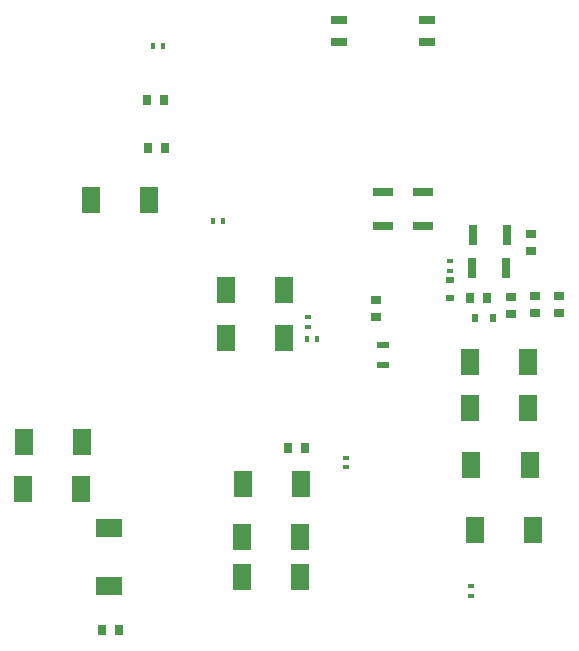
<source format=gbr>
G04 EAGLE Gerber RS-274X export*
G75*
%MOMM*%
%FSLAX34Y34*%
%LPD*%
%INSolderpaste Top*%
%IPPOS*%
%AMOC8*
5,1,8,0,0,1.08239X$1,22.5*%
G01*
%ADD10R,0.711200X0.965200*%
%ADD11R,0.965200X0.711200*%
%ADD12R,0.330000X0.600000*%
%ADD13R,0.600000X0.330000*%
%ADD14R,0.803200X1.750000*%
%ADD15R,1.600200X2.209800*%
%ADD16R,0.500000X0.800000*%
%ADD17R,0.800000X0.500000*%
%ADD18R,1.450000X0.803200*%
%ADD19R,1.750000X0.803200*%
%ADD20R,1.000000X0.553200*%
%ADD21R,2.209800X1.600200*%


D10*
X282256Y497065D03*
X296734Y497065D03*
X243602Y48352D03*
X258080Y48352D03*
D11*
X606891Y369385D03*
X606891Y383863D03*
D10*
X283145Y456047D03*
X297623Y456047D03*
D12*
X295260Y542760D03*
X286960Y542760D03*
D13*
X418113Y304491D03*
X418113Y312791D03*
D12*
X346172Y394440D03*
X337872Y394440D03*
X425812Y294188D03*
X417512Y294188D03*
D11*
X475829Y312812D03*
X475829Y327290D03*
D14*
X558255Y382384D03*
X587287Y382384D03*
X586017Y354444D03*
X556985Y354444D03*
D15*
X397921Y295297D03*
X348645Y295297D03*
D16*
X560071Y312074D03*
X575071Y312074D03*
D17*
X538591Y344594D03*
X538591Y329594D03*
D13*
X538491Y351964D03*
X538491Y360264D03*
X556389Y77334D03*
X556389Y85634D03*
D15*
X227379Y207414D03*
X178103Y207414D03*
X226568Y167640D03*
X177292Y167640D03*
X284020Y411911D03*
X234744Y411911D03*
X412346Y171990D03*
X363070Y171990D03*
X606057Y188247D03*
X556781Y188247D03*
X604660Y274706D03*
X555384Y274706D03*
X604533Y236141D03*
X555257Y236141D03*
X411980Y127307D03*
X362704Y127307D03*
X411795Y92928D03*
X362519Y92928D03*
X608679Y132682D03*
X559403Y132682D03*
X348956Y335970D03*
X398232Y335970D03*
D10*
X415647Y202443D03*
X401169Y202443D03*
D13*
X450823Y185900D03*
X450823Y194200D03*
D18*
X519519Y546193D03*
X519519Y564225D03*
X444509Y546286D03*
X444509Y564318D03*
D19*
X482305Y419134D03*
X482305Y390102D03*
X515771Y418966D03*
X515771Y389934D03*
D11*
X610706Y316642D03*
X610706Y331120D03*
X631190Y331089D03*
X631190Y316611D03*
D20*
X481706Y272806D03*
X481706Y289338D03*
D11*
X590126Y316052D03*
X590126Y330530D03*
D10*
X570360Y329214D03*
X555882Y329214D03*
D21*
X250038Y134581D03*
X250038Y85305D03*
M02*

</source>
